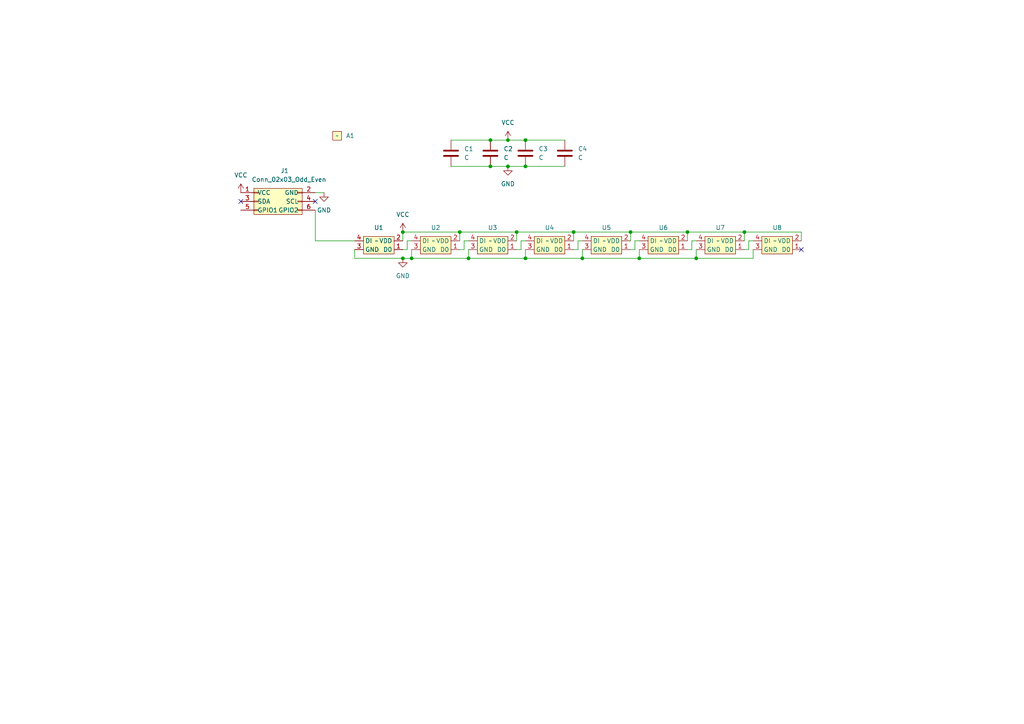
<source format=kicad_sch>
(kicad_sch (version 20230121) (generator eeschema)
  (paper "A4")
  (lib_symbols
    (symbol "power:GND" (power) (pin_names (offset 0))
      (property "Value" "GND" (at 0 -3.81 0))
      (symbol "GND_0_1"
        (polyline (pts (xy 0 0) (xy 0 -1.27) (xy 1.27 -1.27) (xy 0 -2.54) (xy -1.27 -1.27) (xy 0 -1.27)))
      )
      (symbol "GND_1_1"
        (pin power_in line (at 0 0 270) (length 0) hide (name "GND") (number "1"))
      )
    )
    (symbol "power:VCC" (power) (pin_names (offset 0))
      (property "Value" "VCC" (at 0 3.81 0))
      (symbol "VCC_0_1"
        (polyline (pts (xy -0.762 1.27) (xy 0 2.54)))
        (polyline (pts (xy 0 0) (xy 0 2.54)))
        (polyline (pts (xy 0 2.54) (xy 0.762 1.27)))
      )
      (symbol "VCC_1_1"
        (pin power_in line (at 0 0 90) (length 0) hide (name "VCC") (number "1"))
      )
    )
    (symbol "sao:Art" (in_bom no)
      (property "Reference" "U" (at 0 2.54 0))
      (symbol "Art_1_1"
        (rectangle (start -1.27 1.27) (end 1.27 -1.27) (fill (type background)))
      )
    )
    (symbol "sao:C" (pin_numbers hide) (pin_names (offset 0.254))
      (property "Reference" "C" (at 0.635 2.54 0))
      (property "Value" "100nF" (at 0.635 -2.54 0))
      (symbol "C_0_1"
        (polyline (pts (xy -2.032 -0.762) (xy 2.032 -0.762)) (stroke (width 0.508)))
        (polyline (pts (xy -2.032 0.762) (xy 2.032 0.762)) (stroke (width 0.508)))
      )
      (symbol "C_1_1"
        (pin passive line (at 0 3.81 270) (length 2.794) (name "~") (number "1"))
        (pin passive line (at 0 -3.81 90) (length 2.794) (name "~") (number "2"))
      )
    )
    (symbol "sao:Conn_02x03_Odd_Even" (pin_names (offset 1.016))
      (property "Reference" "J" (at 1.27 5.08 0))
      (property "Value" "Conn_02x03_Odd_Even" (at 1.27 -5.08 0))
      (symbol "Conn_02x03_Odd_Even_1_1"
        (rectangle (start -1.27 -2.413) (end 0 -2.667) (stroke (width 0.1524)))
        (rectangle (start -1.27 0.127) (end 0 -0.127) (stroke (width 0.1524)))
        (rectangle (start -1.27 2.667) (end 0 2.413) (stroke (width 0.1524)))
        (rectangle (start -1.27 3.81) (end 12.7 -3.81) (fill (type background)))
        (rectangle (start 12.7 -2.413) (end 11.43 -2.667) (stroke (width 0.1524)))
        (rectangle (start 12.7 0.127) (end 11.43 -0.127) (stroke (width 0.1524)))
        (rectangle (start 12.7 2.667) (end 11.43 2.413) (stroke (width 0.1524)))
        (pin passive line (at -5.08 2.54 0) (length 3.81) (name "VCC") (number "1"))
        (pin passive line (at 16.51 2.54 180) (length 3.81) (name "GND") (number "2"))
        (pin passive line (at -5.08 0 0) (length 3.81) (name "SDA") (number "3"))
        (pin passive line (at 16.51 0 180) (length 3.81) (name "SCL") (number "4"))
        (pin passive line (at -5.08 -2.54 0) (length 3.81) (name "GPIO1") (number "5"))
        (pin passive line (at 16.51 -2.54 180) (length 3.81) (name "GPIO2") (number "6"))
      )
    )
    (symbol "sao:XL-1010RGBC-WS2812B"
      (property "Reference" "U" (at 0 3.81 0))
      (symbol "XL-1010RGBC-WS2812B_1_1"
        (rectangle (start -5.08 2.54) (end 3.81 -2.54) (fill (type background)))
        (pin output line (at 6.35 -1.27 180) (length 2.54) (name "D0") (number "1"))
        (pin power_in line (at 6.35 1.27 180) (length 2.54) (name "VDD") (number "2"))
        (pin power_in line (at -7.62 -1.27 0) (length 2.54) (name "GND") (number "3"))
        (pin input line (at -7.62 1.27 0) (length 2.54) (name "DI") (number "4"))
      )
    )
  )
  (junction (at 135.89 74.93))
  (junction (at 133.35 67.31))
  (junction (at 147.32 48.26))
  (junction (at 149.86 67.31))
  (junction (at 152.4 40.64))
  (junction (at 185.42 74.93))
  (junction (at 116.84 67.31))
  (junction (at 116.84 74.93))
  (junction (at 182.88 67.31))
  (junction (at 199.39 67.31))
  (junction (at 166.37 67.31))
  (junction (at 152.4 48.26))
  (junction (at 119.38 74.93))
  (junction (at 142.24 48.26))
  (junction (at 168.91 74.93))
  (junction (at 142.24 40.64))
  (junction (at 215.9 67.31))
  (junction (at 201.93 74.93))
  (junction (at 147.32 40.64))
  (junction (at 152.4 74.93))
  (no_connect (at 91.44 58.42))
  (no_connect (at 232.41 72.39))
  (no_connect (at 69.85 58.42))
  (wire (pts (xy 184.15 69.85) (xy 185.42 69.85)))
  (wire (pts (xy 182.88 67.31) (xy 182.88 69.85)))
  (wire (pts (xy 199.39 72.39) (xy 200.66 72.39)))
  (wire (pts (xy 116.84 74.93) (xy 102.87 74.93)))
  (wire (pts (xy 232.41 67.31) (xy 232.41 69.85)))
  (wire (pts (xy 168.91 74.93) (xy 185.42 74.93)))
  (wire (pts (xy 91.44 69.85) (xy 102.87 69.85)))
  (wire (pts (xy 134.62 72.39) (xy 134.62 69.85)))
  (wire (pts (xy 130.81 48.26) (xy 142.24 48.26)))
  (wire (pts (xy 142.24 48.26) (xy 147.32 48.26)))
  (wire (pts (xy 118.11 72.39) (xy 118.11 69.85)))
  (wire (pts (xy 118.11 69.85) (xy 119.38 69.85)))
  (wire (pts (xy 152.4 48.26) (xy 163.83 48.26)))
  (wire (pts (xy 102.87 72.39) (xy 102.87 74.93)))
  (wire (pts (xy 142.24 40.64) (xy 147.32 40.64)))
  (wire (pts (xy 215.9 67.31) (xy 232.41 67.31)))
  (wire (pts (xy 167.64 69.85) (xy 168.91 69.85)))
  (wire (pts (xy 116.84 72.39) (xy 118.11 72.39)))
  (wire (pts (xy 166.37 72.39) (xy 167.64 72.39)))
  (wire (pts (xy 167.64 72.39) (xy 167.64 69.85)))
  (wire (pts (xy 201.93 74.93) (xy 218.44 74.93)))
  (wire (pts (xy 215.9 72.39) (xy 217.17 72.39)))
  (wire (pts (xy 116.84 67.31) (xy 116.84 69.85)))
  (wire (pts (xy 116.84 67.31) (xy 133.35 67.31)))
  (wire (pts (xy 135.89 72.39) (xy 135.89 74.93)))
  (wire (pts (xy 133.35 67.31) (xy 133.35 69.85)))
  (wire (pts (xy 133.35 72.39) (xy 134.62 72.39)))
  (wire (pts (xy 199.39 67.31) (xy 199.39 69.85)))
  (wire (pts (xy 217.17 69.85) (xy 218.44 69.85)))
  (wire (pts (xy 134.62 69.85) (xy 135.89 69.85)))
  (wire (pts (xy 130.81 40.64) (xy 142.24 40.64)))
  (wire (pts (xy 135.89 74.93) (xy 152.4 74.93)))
  (wire (pts (xy 149.86 67.31) (xy 149.86 69.85)))
  (wire (pts (xy 200.66 69.85) (xy 201.93 69.85)))
  (wire (pts (xy 149.86 67.31) (xy 166.37 67.31)))
  (wire (pts (xy 168.91 72.39) (xy 168.91 74.93)))
  (wire (pts (xy 147.32 40.64) (xy 152.4 40.64)))
  (wire (pts (xy 91.44 60.96) (xy 91.44 69.85)))
  (wire (pts (xy 185.42 74.93) (xy 201.93 74.93)))
  (wire (pts (xy 152.4 72.39) (xy 152.4 74.93)))
  (wire (pts (xy 133.35 67.31) (xy 149.86 67.31)))
  (wire (pts (xy 119.38 72.39) (xy 119.38 74.93)))
  (wire (pts (xy 217.17 72.39) (xy 217.17 69.85)))
  (wire (pts (xy 184.15 72.39) (xy 184.15 69.85)))
  (wire (pts (xy 152.4 74.93) (xy 168.91 74.93)))
  (wire (pts (xy 182.88 72.39) (xy 184.15 72.39)))
  (wire (pts (xy 185.42 72.39) (xy 185.42 74.93)))
  (wire (pts (xy 151.13 69.85) (xy 152.4 69.85)))
  (wire (pts (xy 152.4 40.64) (xy 163.83 40.64)))
  (wire (pts (xy 166.37 67.31) (xy 182.88 67.31)))
  (wire (pts (xy 201.93 72.39) (xy 201.93 74.93)))
  (wire (pts (xy 218.44 72.39) (xy 218.44 74.93)))
  (wire (pts (xy 119.38 74.93) (xy 135.89 74.93)))
  (wire (pts (xy 151.13 72.39) (xy 151.13 69.85)))
  (wire (pts (xy 182.88 67.31) (xy 199.39 67.31)))
  (wire (pts (xy 91.44 55.88) (xy 93.98 55.88)))
  (wire (pts (xy 166.37 67.31) (xy 166.37 69.85)))
  (wire (pts (xy 199.39 67.31) (xy 215.9 67.31)))
  (wire (pts (xy 200.66 72.39) (xy 200.66 69.85)))
  (wire (pts (xy 149.86 72.39) (xy 151.13 72.39)))
  (wire (pts (xy 215.9 67.31) (xy 215.9 69.85)))
  (wire (pts (xy 147.32 48.26) (xy 152.4 48.26)))
  (wire (pts (xy 116.84 74.93) (xy 119.38 74.93)))
  (symbol (lib_id "sao:XL-1010RGBC-WS2812B") (at 193.04 71.12 0) (unit 1)
    (property "Reference" "U6" (at 192.405 66.04 0))
    (property "Value" "~" (at 191.77 69.85 0))
    (property "Footprint" "sao:led-1010" (effects hide))
    (property "Datasheet" "https://datasheet.lcsc.com/lcsc/2301111010_XINGLIGHT-XL-1010RGBC-WS2812B_C5349953.pdf" (effects hide))
    (property "LCSC" "C5349953" (effects hide))
  )
  (symbol (lib_id "sao:C") (at 142.24 44.45 0) (unit 1)
    (property "Reference" "C2" (at 146.05 43.18 0) (effects (justify left)))
    (property "Value" "C" (at 146.05 45.72 0) (effects (justify left)))
    (property "Footprint" "Capacitor_SMD:C_0603_1608Metric" (effects hide))
    (property "Datasheet" "https://datasheet.lcsc.com/lcsc/2304140030_YAGEO-CC0603JRX7R9BB104_C91183.pdf" (effects hide))
    (property "LCSC" "C91183" (effects hide))
  )
  (symbol (lib_id "sao:Conn_02x03_Odd_Even") (at 74.93 58.42 0) (unit 1)
    (property "Reference" "J1" (at 82.55 49.53 0))
    (property "Value" "Conn_02x03_Odd_Even" (at 83.82 52.07 0))
    (property "Footprint" "Connector_PinHeader_2.54mm:PinHeader_2x03_P2.54mm_Vertical" (effects hide))
    (property "Datasheet" "https://datasheet.lcsc.com/lcsc/2003191006_XFCN-PZ254V-12-6P_C492420.pdf" (effects hide))
    (property "LCSC" "C492420" (effects hide))
  )
  (symbol (lib_id "power:GND") (at 147.32 48.26 0) (unit 1)
    (property "Reference" "#PWR04" (effects hide))
    (property "Value" "GND" (at 147.32 53.34 0))
  )
  (symbol (lib_id "power:VCC") (at 69.85 55.88 0) (unit 1)
    (property "Reference" "#PWR06" (effects hide))
    (property "Value" "VCC" (at 69.85 50.8 0))
  )
  (symbol (lib_id "sao:C") (at 152.4 44.45 0) (unit 1)
    (property "Reference" "C3" (at 156.21 43.18 0) (effects (justify left)))
    (property "Value" "C" (at 156.21 45.72 0) (effects (justify left)))
    (property "Footprint" "Capacitor_SMD:C_0603_1608Metric" (effects hide))
    (property "Datasheet" "https://datasheet.lcsc.com/lcsc/2304140030_YAGEO-CC0603JRX7R9BB104_C91183.pdf" (effects hide))
    (property "LCSC" "C91183" (effects hide))
  )
  (symbol (lib_id "power:VCC") (at 116.84 67.31 0) (unit 1)
    (property "Reference" "#PWR01" (effects hide))
    (property "Value" "VCC" (at 116.84 62.23 0))
  )
  (symbol (lib_id "sao:C") (at 130.81 44.45 0) (unit 1)
    (property "Reference" "C1" (at 134.62 43.18 0) (effects (justify left)))
    (property "Value" "C" (at 134.62 45.72 0) (effects (justify left)))
    (property "Footprint" "Capacitor_SMD:C_0603_1608Metric" (effects hide))
    (property "Datasheet" "https://datasheet.lcsc.com/lcsc/2304140030_YAGEO-CC0603JRX7R9BB104_C91183.pdf" (effects hide))
    (property "LCSC" "C91183" (effects hide))
  )
  (symbol (lib_id "sao:XL-1010RGBC-WS2812B") (at 176.53 71.12 0) (unit 1)
    (property "Reference" "U5" (at 175.895 66.04 0))
    (property "Value" "~" (at 175.26 69.85 0))
    (property "Footprint" "sao:led-1010" (effects hide))
    (property "Datasheet" "https://datasheet.lcsc.com/lcsc/2301111010_XINGLIGHT-XL-1010RGBC-WS2812B_C5349953.pdf" (effects hide))
    (property "LCSC" "C5349953" (effects hide))
  )
  (symbol (lib_id "sao:XL-1010RGBC-WS2812B") (at 160.02 71.12 0) (unit 1)
    (property "Reference" "U4" (at 159.385 66.04 0))
    (property "Value" "~" (at 158.75 69.85 0))
    (property "Footprint" "sao:led-1010" (effects hide))
    (property "Datasheet" "https://datasheet.lcsc.com/lcsc/2301111010_XINGLIGHT-XL-1010RGBC-WS2812B_C5349953.pdf" (effects hide))
    (property "LCSC" "C5349953" (effects hide))
  )
  (symbol (lib_id "sao:C") (at 163.83 44.45 0) (unit 1)
    (property "Reference" "C4" (at 167.64 43.18 0) (effects (justify left)))
    (property "Value" "C" (at 167.64 45.72 0) (effects (justify left)))
    (property "Footprint" "Capacitor_SMD:C_0603_1608Metric" (effects hide))
    (property "Datasheet" "https://datasheet.lcsc.com/lcsc/2304140030_YAGEO-CC0603JRX7R9BB104_C91183.pdf" (effects hide))
    (property "LCSC" "C91183" (effects hide))
  )
  (symbol (lib_id "sao:XL-1010RGBC-WS2812B") (at 110.49 71.12 0) (unit 1)
    (property "Reference" "U1" (at 109.855 66.04 0))
    (property "Value" "~" (at 109.22 69.85 0))
    (property "Footprint" "sao:led-1010" (effects hide))
    (property "Datasheet" "https://datasheet.lcsc.com/lcsc/2301111010_XINGLIGHT-XL-1010RGBC-WS2812B_C5349953.pdf" (effects hide))
    (property "LCSC" "C5349953" (effects hide))
  )
  (symbol (lib_id "sao:XL-1010RGBC-WS2812B") (at 127 71.12 0) (unit 1)
    (property "Reference" "U2" (at 126.365 66.04 0))
    (property "Value" "~" (at 125.73 69.85 0))
    (property "Footprint" "sao:led-1010" (effects hide))
    (property "Datasheet" "https://datasheet.lcsc.com/lcsc/2301111010_XINGLIGHT-XL-1010RGBC-WS2812B_C5349953.pdf" (effects hide))
    (property "LCSC" "C5349953" (effects hide))
  )
  (symbol (lib_id "sao:XL-1010RGBC-WS2812B") (at 226.06 71.12 0) (unit 1)
    (property "Reference" "U8" (at 225.425 66.04 0))
    (property "Value" "~" (at 224.79 69.85 0))
    (property "Footprint" "sao:led-1010" (effects hide))
    (property "Datasheet" "https://datasheet.lcsc.com/lcsc/2301111010_XINGLIGHT-XL-1010RGBC-WS2812B_C5349953.pdf" (effects hide))
    (property "LCSC" "C5349953" (effects hide))
  )
  (symbol (lib_id "power:VCC") (at 147.32 40.64 0) (unit 1)
    (property "Reference" "#PWR03" (effects hide))
    (property "Value" "VCC" (at 147.32 35.56 0))
  )
  (symbol (lib_id "sao:XL-1010RGBC-WS2812B") (at 209.55 71.12 0) (unit 1)
    (property "Reference" "U7" (at 208.915 66.04 0))
    (property "Value" "~" (at 208.28 69.85 0))
    (property "Footprint" "sao:led-1010" (effects hide))
    (property "Datasheet" "https://datasheet.lcsc.com/lcsc/2301111010_XINGLIGHT-XL-1010RGBC-WS2812B_C5349953.pdf" (effects hide))
    (property "LCSC" "C5349953" (effects hide))
  )
  (symbol (lib_id "sao:Art") (at 97.79 39.37 0) (unit 1) (in_bom no)
    (property "Reference" "A1" (at 100.33 39.37 0) (effects (justify left)))
    (property "Value" "~" (at 97.79 39.37 0))
    (property "Footprint" "sao:sqwb_sao" (effects hide))
  )
  (symbol (lib_id "power:GND") (at 116.84 74.93 0) (unit 1)
    (property "Reference" "#PWR02" (effects hide))
    (property "Value" "GND" (at 116.84 80.01 0))
  )
  (symbol (lib_id "power:GND") (at 93.98 55.88 0) (unit 1)
    (property "Reference" "#PWR05" (effects hide))
    (property "Value" "GND" (at 93.98 60.96 0))
  )
  (symbol (lib_id "sao:XL-1010RGBC-WS2812B") (at 143.51 71.12 0) (unit 1)
    (property "Reference" "U3" (at 142.875 66.04 0))
    (property "Value" "~" (at 142.24 69.85 0))
    (property "Footprint" "sao:led-1010" (effects hide))
    (property "Datasheet" "https://datasheet.lcsc.com/lcsc/2301111010_XINGLIGHT-XL-1010RGBC-WS2812B_C5349953.pdf" (effects hide))
    (property "LCSC" "C5349953" (effects hide))
  )
)
</source>
